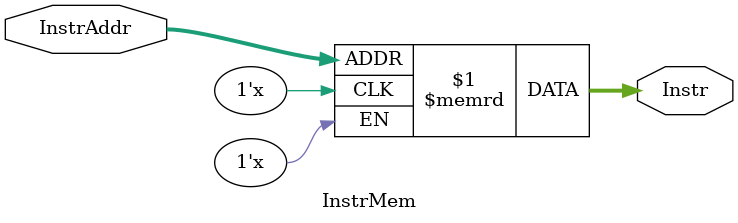
<source format=v>
module InstrMem(InstrAddr, Instr);

input [9:0] InstrAddr;	// The address of the instruction to be fetched
output [31:0] Instr;	// The instruction

reg [31:0] Memory [1023:0];

assign Instr = Memory[InstrAddr];

endmodule

</source>
